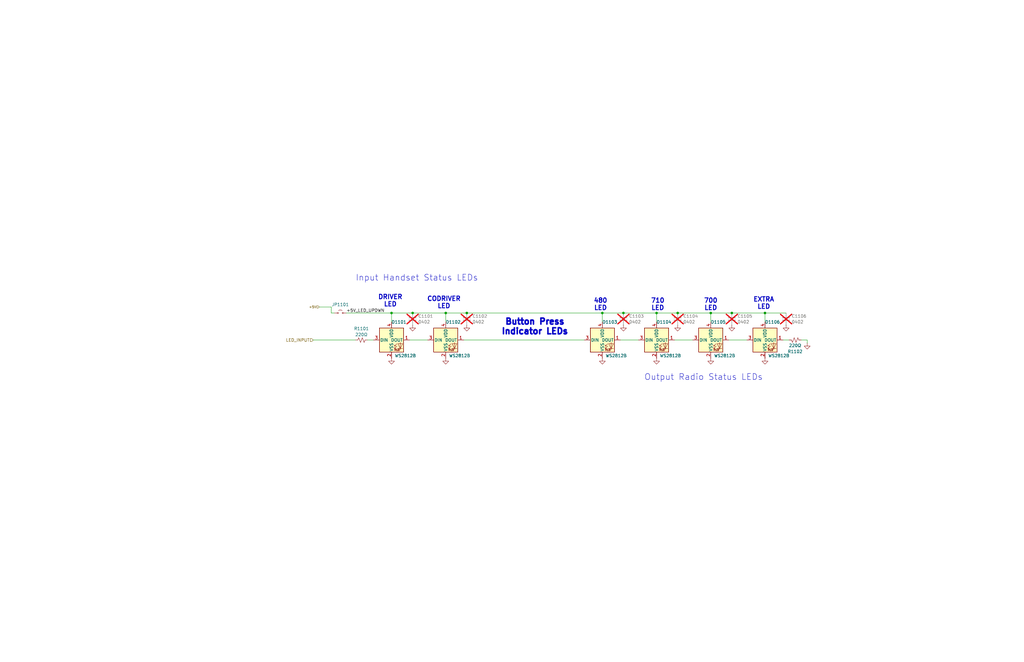
<source format=kicad_sch>
(kicad_sch (version 20250114) (generator "eeschema") (generator_version "9.0")
  (paper "B")
  (title_block (title "Kenwood Handset Switcher - Multicolor LEDs") (date "2025-07-11") (rev "A") (company "Thomas Francois - KX∅STL"))
  (lib_symbols
    (symbol "Device:C_Small" (pin_numbers (hide yes)) (pin_names (offset 0.254) (hide yes))
      (property "Reference" "C" (at 0.254 1.778 0))
      (property "Value" "C_Small" (at 0.254 -2.032 0))
      (symbol "C_Small_0_1"
        (polyline (pts (xy -1.524 0.508) (xy 1.524 0.508)) (stroke (width 0.3048)))
        (polyline (pts (xy -1.524 -0.508) (xy 1.524 -0.508)) (stroke (width 0.3302)))
      )
      (symbol "C_Small_1_1"
        (pin passive line (at 0 2.54 270) (length 2.032) (name "~") (number "1"))
        (pin passive line (at 0 -2.54 90) (length 2.032) (name "~") (number "2"))
      )
    )
    (symbol "Device:R_Small_US" (pin_numbers (hide yes)) (pin_names (offset 0.254) (hide yes))
      (property "Reference" "R" (at 0.762 0.508 0))
      (property "Value" "R_Small_US" (at 0.762 -1.016 0))
      (symbol "R_Small_US_1_1"
        (polyline (pts (xy 0 1.524) (xy 1.016 1.143) (xy 0 0.762) (xy -1.016 0.381) (xy 0 0)))
        (polyline (pts (xy 0 0) (xy 1.016 -0.381) (xy 0 -0.762) (xy -1.016 -1.143) (xy 0 -1.524)))
        (pin passive line (at 0 2.54 270) (length 1.016) (name "~") (number "1"))
        (pin passive line (at 0 -2.54 90) (length 1.016) (name "~") (number "2"))
      )
    )
    (symbol "Jumper:Jumper_2_Small_Open" (pin_numbers (hide yes)) (pin_names (offset 0) (hide yes)) (exclude_from_sim yes)
      (property "Reference" "JP" (at 0 2.794 0))
      (property "Value" "Jumper_2_Small_Open" (at 0 -2.286 0))
      (symbol "Jumper_2_Small_Open_0_0"
        (circle (center -1.016 0) (radius 0.254))
        (circle (center 1.016 0) (radius 0.254))
      )
      (symbol "Jumper_2_Small_Open_0_1"
        (arc (start -0.762 1.0196) (mid 0 1.2729) (end 0.762 1.0196))
      )
      (symbol "Jumper_2_Small_Open_1_1"
        (pin passive line (at -2.54 0 0) (length 1.27) (name "A") (number "1"))
        (pin passive line (at 2.54 0 180) (length 1.27) (name "B") (number "2"))
      )
    )
    (symbol "LED:WS2812B-2020" (pin_names (offset 0.254))
      (property "Reference" "D" (at 5.08 5.715 0))
      (property "Value" "WS2812B-2020" (at 1.27 -5.715 0))
      (symbol "WS2812B-2020_0_0"
        (text "RGB" (at 2.286 -4.191 0) (effects (font (size 0.762 0.762))))
      )
      (symbol "WS2812B-2020_0_1"
        (polyline (pts (xy 1.27 -2.54) (xy 1.778 -2.54)))
        (polyline (pts (xy 1.27 -3.556) (xy 1.778 -3.556)))
        (polyline (pts (xy 2.286 -1.524) (xy 1.27 -2.54) (xy 1.27 -2.032)))
        (polyline (pts (xy 2.286 -2.54) (xy 1.27 -3.556) (xy 1.27 -3.048)))
        (polyline (pts (xy 3.683 -1.016) (xy 3.683 -3.556) (xy 3.683 -4.064)))
        (polyline (pts (xy 4.699 -1.524) (xy 2.667 -1.524) (xy 3.683 -3.556) (xy 4.699 -1.524)))
        (polyline (pts (xy 4.699 -3.556) (xy 2.667 -3.556)))
        (rectangle (start 5.08 5.08) (end -5.08 -5.08) (stroke (width 0.254)) (fill (type background)))
      )
      (symbol "WS2812B-2020_1_1"
        (pin input line (at -7.62 0 0) (length 2.54) (name "DIN") (number "3"))
        (pin power_in line (at 0 7.62 270) (length 2.54) (name "VDD") (number "4"))
        (pin power_in line (at 0 -7.62 90) (length 2.54) (name "VSS") (number "2"))
        (pin output line (at 7.62 0 180) (length 2.54) (name "DOUT") (number "1"))
      )
    )
    (symbol "power:GND" (power) (pin_numbers (hide yes)) (pin_names (offset 0) (hide yes))
      (property "Value" "GND" (at 0 -3.81 0))
      (symbol "GND_0_1"
        (polyline (pts (xy 0 0) (xy 0 -1.27) (xy 1.27 -1.27) (xy 0 -2.54) (xy -1.27 -1.27) (xy 0 -1.27)))
      )
      (symbol "GND_1_1"
        (pin power_in line (at 0 0 270) (length 0) (name "~") (number "1"))
      )
    )
  )
  (text "DRIVER\nLED" (at 164.592 127 0) (effects (font (size 1.905 1.905) (thickness 0.381) (bold yes))))
  (text "Output Radio Status LEDs" (at 296.672 159.258 0) (effects (font (size 2.54 2.54))))
  (text "CODRIVER\nLED" (at 187.198 127.762 0) (effects (font (size 1.905 1.905) (thickness 0.381) (bold yes))))
  (text "710\nLED" (at 277.368 128.524 0) (effects (font (size 1.905 1.905) (thickness 0.381) (bold yes))))
  (text "Input Handset Status LEDs" (at 175.768 117.348 0) (effects (font (size 2.54 2.54))))
  (text "EXTRA\nLED" (at 322.072 128.016 0) (effects (font (size 1.905 1.905) (thickness 0.381) (bold yes))))
  (text "Button Press\nIndicator LEDs" (at 225.552 137.922 0) (effects (font (size 2.54 2.54) (thickness 1.016) (bold yes))))
  (text "480\nLED" (at 253.238 128.524 0) (effects (font (size 1.905 1.905) (thickness 0.381) (bold yes))))
  (text "700\nLED" (at 299.72 128.524 0) (effects (font (size 1.905 1.905) (thickness 0.381) (bold yes))))
  (junction (at 173.99 132.08))
  (junction (at 299.72 132.08))
  (junction (at 276.86 132.08))
  (junction (at 187.96 132.08))
  (junction (at 322.58 132.08))
  (junction (at 308.61 132.08))
  (junction (at 196.85 132.08))
  (junction (at 285.75 132.08))
  (junction (at 254 132.08))
  (junction (at 262.89 132.08))
  (junction (at 165.1 132.08))
  (wire (pts (xy 254 132.08) (xy 262.89 132.08)))
  (wire (pts (xy 165.1 132.08) (xy 173.99 132.08)))
  (wire (pts (xy 322.58 132.08) (xy 331.47 132.08)))
  (wire (pts (xy 261.62 143.51) (xy 269.24 143.51)))
  (wire (pts (xy 299.72 132.08) (xy 299.72 135.89)))
  (wire (pts (xy 285.75 132.08) (xy 299.72 132.08)))
  (wire (pts (xy 139.7 132.08) (xy 140.97 132.08)))
  (wire (pts (xy 187.96 132.08) (xy 196.85 132.08)))
  (wire (pts (xy 165.1 132.08) (xy 165.1 135.89)))
  (wire (pts (xy 187.96 132.08) (xy 187.96 135.89)))
  (wire (pts (xy 196.85 132.08) (xy 254 132.08)))
  (wire (pts (xy 154.94 143.51) (xy 157.48 143.51)))
  (wire (pts (xy 322.58 132.08) (xy 322.58 135.89)))
  (wire (pts (xy 173.99 132.08) (xy 187.96 132.08)))
  (wire (pts (xy 195.58 143.51) (xy 246.38 143.51)))
  (wire (pts (xy 262.89 132.08) (xy 276.86 132.08)))
  (wire (pts (xy 307.34 143.51) (xy 314.96 143.51)))
  (wire (pts (xy 139.7 129.54) (xy 139.7 132.08)))
  (wire (pts (xy 337.82 143.51) (xy 340.36 143.51)))
  (wire (pts (xy 308.61 132.08) (xy 322.58 132.08)))
  (wire (pts (xy 332.74 143.51) (xy 330.2 143.51)))
  (wire (pts (xy 172.72 143.51) (xy 180.34 143.51)))
  (wire (pts (xy 146.05 132.08) (xy 165.1 132.08)))
  (wire (pts (xy 132.08 143.51) (xy 149.86 143.51)))
  (wire (pts (xy 299.72 132.08) (xy 308.61 132.08)))
  (wire (pts (xy 340.36 144.78) (xy 340.36 143.51)))
  (wire (pts (xy 284.48 143.51) (xy 292.1 143.51)))
  (wire (pts (xy 276.86 132.08) (xy 276.86 135.89)))
  (wire (pts (xy 254 132.08) (xy 254 135.89)))
  (wire (pts (xy 276.86 132.08) (xy 285.75 132.08)))
  (wire (pts (xy 134.62 129.54) (xy 139.7 129.54)))
  (label "+5V_LED_UPDWN" (at 146.05 132.08 0))
  (hierarchical_label "+5V" (shape input) (at 134.62 129.54 180) (effects (font (size 1 1))))
  (hierarchical_label "LED_INPUT" (shape input) (at 132.08 143.51 180))
  (symbol (lib_id "power:GND") (at 262.89 137.16 0) (unit 1)
    (property "Reference" "#PWR01106" (effects (hide yes)))
    (property "Value" "GND" (effects (hide yes)))
    (property "Description" "Power symbol creates a global label with name \"GND\" , ground" (effects (hide yes)))
  )
  (symbol (lib_id "Device:C_Small") (at 285.75 134.62 0) (unit 1) (in_bom no) (dnp yes)
    (property "Reference" "C1104" (at 288.0741 133.4141 0) (effects (justify left)))
    (property "Value" "0402" (at 288.0741 135.8384 0) (effects (justify left)))
    (property "Footprint" "Capacitor_SMD:C_0402_1005Metric" (effects (hide yes)))
  )
  (symbol (lib_id "Device:R_Small_US") (at 335.28 143.51 90) (mirror x) (unit 1)
    (property "Reference" "R1102" (at 335.28 148.336 90))
    (property "Value" "220Ω" (at 335.28 145.796 90))
    (property "Footprint" "Resistor_SMD:R_0402_1005Metric" (effects (hide yes)))
  )
  (symbol (lib_id "power:GND") (at 173.99 137.16 0) (unit 1)
    (property "Reference" "#PWR01102" (effects (hide yes)))
    (property "Value" "GND" (effects (hide yes)))
    (property "Description" "Power symbol creates a global label with name \"GND\" , ground" (effects (hide yes)))
  )
  (symbol (lib_id "power:GND") (at 165.1 151.13 0) (unit 1)
    (property "Reference" "#PWR01101" (effects (hide yes)))
    (property "Value" "GND" (effects (hide yes)))
    (property "Description" "Power symbol creates a global label with name \"GND\" , ground" (effects (hide yes)))
  )
  (symbol (lib_id "Device:C_Small") (at 196.85 134.62 0) (unit 1) (in_bom no) (dnp yes)
    (property "Reference" "C1102" (at 199.1741 133.4141 0) (effects (justify left)))
    (property "Value" "0402" (at 199.1741 135.8384 0) (effects (justify left)))
    (property "Footprint" "Capacitor_SMD:C_0402_1005Metric" (effects (hide yes)))
  )
  (symbol (lib_id "power:GND") (at 322.58 151.13 0) (unit 1)
    (property "Reference" "#PWR01111" (effects (hide yes)))
    (property "Value" "GND" (effects (hide yes)))
    (property "Description" "Power symbol creates a global label with name \"GND\" , ground" (effects (hide yes)))
  )
  (symbol (lib_id "power:GND") (at 285.75 137.16 0) (unit 1)
    (property "Reference" "#PWR01108" (effects (hide yes)))
    (property "Value" "GND" (effects (hide yes)))
    (property "Description" "Power symbol creates a global label with name \"GND\" , ground" (effects (hide yes)))
  )
  (symbol (lib_id "LED:WS2812B-2020") (at 322.58 143.51 0) (unit 1)
    (property "Reference" "D1106" (at 322.58 135.89 0) (effects (justify left)))
    (property "Value" "WS2812B" (at 328.422 150.114 0))
    (property "Footprint" "Libraries:LED_WS2812B-2020_PLCC4_2.0x2.0mm" (effects (hide yes)))
    (property "Datasheet" "https://cdn-shop.adafruit.com/product-files/4684/4684_WS2812B-2020_V1.3_EN.pdf" (effects (hide yes)))
    (property "Description" "RGB LED with integrated controller, 2.0 x 2.0 mm, 12 mA" (effects (hide yes)))
  )
  (symbol (lib_id "power:GND") (at 340.36 144.78 0) (unit 1)
    (property "Reference" "#PWR01113" (effects (hide yes)))
    (property "Value" "GND" (effects (hide yes)))
    (property "Description" "Power symbol creates a global label with name \"GND\" , ground" (effects (hide yes)))
  )
  (symbol (lib_id "LED:WS2812B-2020") (at 187.96 143.51 0) (unit 1)
    (property "Reference" "D1102" (at 187.96 135.89 0) (effects (justify left)))
    (property "Value" "WS2812B" (at 193.802 150.114 0))
    (property "Footprint" "Libraries:LED_WS2812B-2020_PLCC4_2.0x2.0mm" (effects (hide yes)))
    (property "Datasheet" "https://cdn-shop.adafruit.com/product-files/4684/4684_WS2812B-2020_V1.3_EN.pdf" (effects (hide yes)))
    (property "Description" "RGB LED with integrated controller, 2.0 x 2.0 mm, 12 mA" (effects (hide yes)))
  )
  (symbol (lib_id "Jumper:Jumper_2_Small_Open") (at 143.51 132.08 0) (unit 1) (in_bom no)
    (property "Reference" "JP1101" (at 143.51 128.524 0))
    (property "Value" "Jumper_2_Small_Open" (effects (hide yes)))
    (property "Footprint" "Jumper:SolderJumper-2_P1.3mm_Open_Pad1.0x1.5mm" (effects (hide yes)))
    (property "Description" "Jumper, 2-pole, small symbol, open" (effects (hide yes)))
  )
  (symbol (lib_id "Device:R_Small_US") (at 152.4 143.51 90) (unit 1)
    (property "Reference" "R1101" (at 152.4 138.684 90))
    (property "Value" "220Ω" (at 152.4 141.224 90))
    (property "Footprint" "Resistor_SMD:R_0402_1005Metric" (effects (hide yes)))
  )
  (symbol (lib_id "Device:C_Small") (at 262.89 134.62 0) (unit 1) (in_bom no) (dnp yes)
    (property "Reference" "C1103" (at 265.2141 133.4141 0) (effects (justify left)))
    (property "Value" "0402" (at 265.2141 135.8384 0) (effects (justify left)))
    (property "Footprint" "Capacitor_SMD:C_0402_1005Metric" (effects (hide yes)))
  )
  (symbol (lib_id "Device:C_Small") (at 331.47 134.62 0) (unit 1) (in_bom no) (dnp yes)
    (property "Reference" "C1106" (at 333.7941 133.4141 0) (effects (justify left)))
    (property "Value" "0402" (at 333.7941 135.8384 0) (effects (justify left)))
    (property "Footprint" "Capacitor_SMD:C_0402_1005Metric" (effects (hide yes)))
  )
  (symbol (lib_id "LED:WS2812B-2020") (at 165.1 143.51 0) (unit 1)
    (property "Reference" "D1101" (at 165.1 135.89 0) (effects (justify left)))
    (property "Value" "WS2812B" (at 170.942 150.114 0))
    (property "Footprint" "Libraries:LED_WS2812B-2020_PLCC4_2.0x2.0mm" (effects (hide yes)))
    (property "Datasheet" "https://cdn-shop.adafruit.com/product-files/4684/4684_WS2812B-2020_V1.3_EN.pdf" (effects (hide yes)))
    (property "Description" "RGB LED with integrated controller, 2.0 x 2.0 mm, 12 mA" (effects (hide yes)))
  )
  (symbol (lib_id "power:GND") (at 331.47 137.16 0) (unit 1)
    (property "Reference" "#PWR01112" (effects (hide yes)))
    (property "Value" "GND" (effects (hide yes)))
    (property "Description" "Power symbol creates a global label with name \"GND\" , ground" (effects (hide yes)))
  )
  (symbol (lib_id "power:GND") (at 308.61 137.16 0) (unit 1)
    (property "Reference" "#PWR01110" (effects (hide yes)))
    (property "Value" "GND" (effects (hide yes)))
    (property "Description" "Power symbol creates a global label with name \"GND\" , ground" (effects (hide yes)))
  )
  (symbol (lib_id "LED:WS2812B-2020") (at 299.72 143.51 0) (unit 1)
    (property "Reference" "D1105" (at 299.72 135.89 0) (effects (justify left)))
    (property "Value" "WS2812B" (at 305.562 150.114 0))
    (property "Footprint" "Libraries:LED_WS2812B-2020_PLCC4_2.0x2.0mm" (effects (hide yes)))
    (property "Datasheet" "https://cdn-shop.adafruit.com/product-files/4684/4684_WS2812B-2020_V1.3_EN.pdf" (effects (hide yes)))
    (property "Description" "RGB LED with integrated controller, 2.0 x 2.0 mm, 12 mA" (effects (hide yes)))
  )
  (symbol (lib_id "LED:WS2812B-2020") (at 276.86 143.51 0) (unit 1)
    (property "Reference" "D1104" (at 276.86 135.89 0) (effects (justify left)))
    (property "Value" "WS2812B" (at 282.702 150.114 0))
    (property "Footprint" "Libraries:LED_WS2812B-2020_PLCC4_2.0x2.0mm" (effects (hide yes)))
    (property "Datasheet" "https://cdn-shop.adafruit.com/product-files/4684/4684_WS2812B-2020_V1.3_EN.pdf" (effects (hide yes)))
    (property "Description" "RGB LED with integrated controller, 2.0 x 2.0 mm, 12 mA" (effects (hide yes)))
  )
  (symbol (lib_id "Device:C_Small") (at 173.99 134.62 0) (unit 1) (in_bom no) (dnp yes)
    (property "Reference" "C1101" (at 176.3141 133.4141 0) (effects (justify left)))
    (property "Value" "0402" (at 176.3141 135.8384 0) (effects (justify left)))
    (property "Footprint" "Capacitor_SMD:C_0402_1005Metric" (effects (hide yes)))
  )
  (symbol (lib_id "power:GND") (at 187.96 151.13 0) (unit 1)
    (property "Reference" "#PWR01103" (effects (hide yes)))
    (property "Value" "GND" (effects (hide yes)))
    (property "Description" "Power symbol creates a global label with name \"GND\" , ground" (effects (hide yes)))
  )
  (symbol (lib_id "power:GND") (at 254 151.13 0) (unit 1)
    (property "Reference" "#PWR01105" (effects (hide yes)))
    (property "Value" "GND" (effects (hide yes)))
    (property "Description" "Power symbol creates a global label with name \"GND\" , ground" (effects (hide yes)))
  )
  (symbol (lib_id "power:GND") (at 276.86 151.13 0) (unit 1)
    (property "Reference" "#PWR01107" (effects (hide yes)))
    (property "Value" "GND" (effects (hide yes)))
    (property "Description" "Power symbol creates a global label with name \"GND\" , ground" (effects (hide yes)))
  )
  (symbol (lib_id "Device:C_Small") (at 308.61 134.62 0) (unit 1) (in_bom no) (dnp yes)
    (property "Reference" "C1105" (at 310.9341 133.4141 0) (effects (justify left)))
    (property "Value" "0402" (at 310.9341 135.8384 0) (effects (justify left)))
    (property "Footprint" "Capacitor_SMD:C_0402_1005Metric" (effects (hide yes)))
  )
  (symbol (lib_id "power:GND") (at 196.85 137.16 0) (unit 1)
    (property "Reference" "#PWR01104" (effects (hide yes)))
    (property "Value" "GND" (effects (hide yes)))
    (property "Description" "Power symbol creates a global label with name \"GND\" , ground" (effects (hide yes)))
  )
  (symbol (lib_id "LED:WS2812B-2020") (at 254 143.51 0) (unit 1)
    (property "Reference" "D1103" (at 254 135.89 0) (effects (justify left)))
    (property "Value" "WS2812B" (at 259.842 150.114 0))
    (property "Footprint" "Libraries:LED_WS2812B-2020_PLCC4_2.0x2.0mm" (effects (hide yes)))
    (property "Datasheet" "https://cdn-shop.adafruit.com/product-files/4684/4684_WS2812B-2020_V1.3_EN.pdf" (effects (hide yes)))
    (property "Description" "RGB LED with integrated controller, 2.0 x 2.0 mm, 12 mA" (effects (hide yes)))
  )
  (symbol (lib_id "power:GND") (at 299.72 151.13 0) (unit 1)
    (property "Reference" "#PWR01109" (effects (hide yes)))
    (property "Value" "GND" (effects (hide yes)))
    (property "Description" "Power symbol creates a global label with name \"GND\" , ground" (effects (hide yes)))
  )
)
</source>
